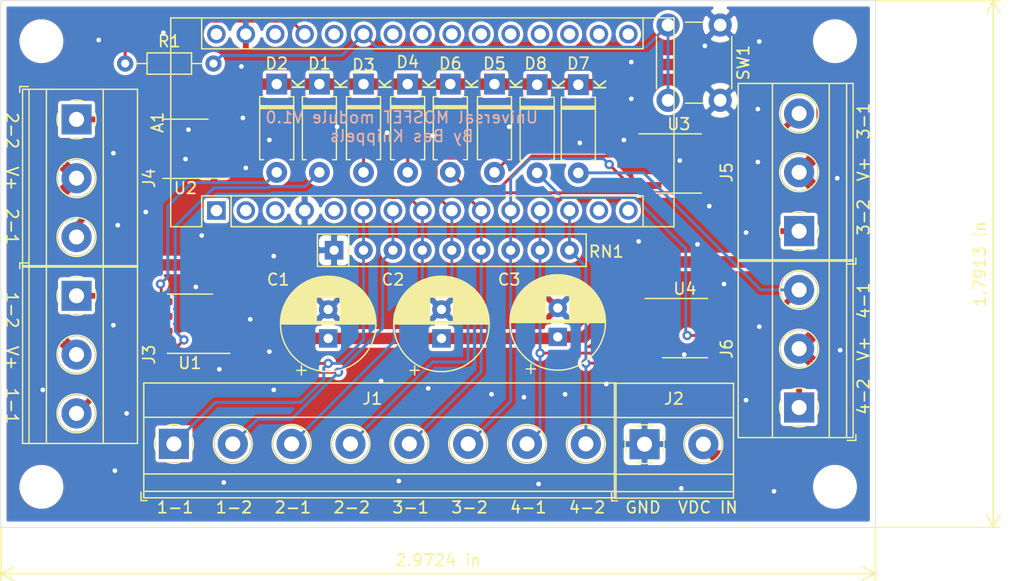
<source format=kicad_pcb>
(kicad_pcb (version 20171130) (host pcbnew "(5.1.12)-1")
  (layers (0 F.Cu signal) (31 B.Cu signal) (34 B.Paste user) (35 F.Paste user) (36 B.SilkS user) (37 F.SilkS user) (38 B.Mask user) (39 F.Mask user) (44 Edge.Cuts user))
  (net 0 "")
  (net 1 VCC)
  (net 2 /coil1-2)
  (net 3 /coil2-1)
  (net 4 /coil2-2)
  (net 5 /coil3-1)
  (net 6 /coil3-2)
  (net 7 /coil4-1)
  (net 8 /coil4-2)
  (net 9 /in1-1)
  (net 10 /in1-2)
  (net 11 /in2-1)
  (net 12 /in2-2)
  (net 13 /in3-1)
  (net 14 /in4-2)
  (net 15 /in4-1)
  (net 16 GND)
  (net 17 /coil1-1)
  (net 18 /in3-2)
  (net 19 "Net-(A1-Pad16)")
  (net 20 "Net-(A1-Pad15)")
  (net 21 "Net-(A1-Pad30)")
  (net 22 "Net-(A1-Pad14)")
  (net 23 "Net-(A1-Pad28)")
  (net 24 "Net-(A1-Pad26)")
  (net 25 "Net-(A1-Pad25)")
  (net 26 "Net-(A1-Pad24)")
  (net 27 "Net-(A1-Pad23)")
  (net 28 "Net-(A1-Pad22)")
  (net 29 "Net-(A1-Pad21)")
  (net 30 "Net-(A1-Pad5)")
  (net 31 "Net-(A1-Pad20)")
  (net 32 "Net-(A1-Pad19)")
  (net 33 "Net-(A1-Pad3)")
  (net 34 "Net-(A1-Pad18)")
  (net 35 "Net-(A1-Pad2)")
  (net 36 "Net-(A1-Pad17)")
  (net 37 "Net-(A1-Pad1)")
  (net 38 +5V)
  (module Button_Switch_THT:SW_PUSH_6mm_H4.3mm (layer F.Cu) (at 177.093 63.604 270)
    (fp_text reference SW1 (at 3.25 -2 90) (layer F.SilkS))
    (fp_text value SW_SPST)
    (pad 1 thru_hole circle (at 6.5 0) (size 2 2) (drill 1.1) (layers *.Cu *.Mask) (net 16 GND))
    (pad 2 thru_hole circle (at 6.5 4.5) (size 2 2) (drill 1.1) (layers *.Cu *.Mask) (net 25 "Net-(A1-Pad25)"))
    (pad 1 thru_hole circle (at 0 0) (size 2 2) (drill 1.1) (layers *.Cu *.Mask) (net 16 GND))
    (pad 2 thru_hole circle (at 0 4.5) (size 2 2) (drill 1.1) (layers *.Cu *.Mask) (net 25 "Net-(A1-Pad25)"))
  )
  (module Resistor_THT:R_Axial_DIN0204_L3.6mm_D1.6mm_P7.62mm_Horizontal (layer F.Cu) (at 125.73 66.929)
    (fp_text reference R1 (at 3.81 -1.92) (layer F.SilkS))
    (fp_text value R)
    (pad 2 thru_hole oval (at 7.62 0) (size 1.4 1.4) (drill 0.7) (layers *.Cu *.Mask) (net 25 "Net-(A1-Pad25)"))
    (pad 1 thru_hole circle (at 0 0) (size 1.4 1.4) (drill 0.7) (layers *.Cu *.Mask) (net 38 +5V))
  )
  (module Module:Arduino_Nano (layer F.Cu) (at 133.604 79.629 90)
    (fp_text reference A1 (at 7.62 -5.08 90) (layer F.SilkS))
    (fp_text value Arduino_Nano_v3.x)
    (pad 16 thru_hole oval (at 15.24 35.56 90) (size 1.6 1.6) (drill 1) (layers *.Cu *.Mask) (net 19 "Net-(A1-Pad16)"))
    (pad 15 thru_hole oval (at 0 35.56 90) (size 1.6 1.6) (drill 1) (layers *.Cu *.Mask) (net 20 "Net-(A1-Pad15)"))
    (pad 30 thru_hole oval (at 15.24 0 90) (size 1.6 1.6) (drill 1) (layers *.Cu *.Mask) (net 21 "Net-(A1-Pad30)"))
    (pad 14 thru_hole oval (at 0 33.02 90) (size 1.6 1.6) (drill 1) (layers *.Cu *.Mask) (net 22 "Net-(A1-Pad14)"))
    (pad 29 thru_hole oval (at 15.24 2.54 90) (size 1.6 1.6) (drill 1) (layers *.Cu *.Mask) (net 16 GND))
    (pad 13 thru_hole oval (at 0 30.48 90) (size 1.6 1.6) (drill 1) (layers *.Cu *.Mask) (net 14 /in4-2))
    (pad 28 thru_hole oval (at 15.24 5.08 90) (size 1.6 1.6) (drill 1) (layers *.Cu *.Mask) (net 23 "Net-(A1-Pad28)"))
    (pad 12 thru_hole oval (at 0 27.94 90) (size 1.6 1.6) (drill 1) (layers *.Cu *.Mask) (net 15 /in4-1))
    (pad 27 thru_hole oval (at 15.24 7.62 90) (size 1.6 1.6) (drill 1) (layers *.Cu *.Mask) (net 38 +5V))
    (pad 11 thru_hole oval (at 0 25.4 90) (size 1.6 1.6) (drill 1) (layers *.Cu *.Mask) (net 18 /in3-2))
    (pad 26 thru_hole oval (at 15.24 10.16 90) (size 1.6 1.6) (drill 1) (layers *.Cu *.Mask) (net 24 "Net-(A1-Pad26)"))
    (pad 10 thru_hole oval (at 0 22.86 90) (size 1.6 1.6) (drill 1) (layers *.Cu *.Mask) (net 13 /in3-1))
    (pad 25 thru_hole oval (at 15.24 12.7 90) (size 1.6 1.6) (drill 1) (layers *.Cu *.Mask) (net 25 "Net-(A1-Pad25)"))
    (pad 9 thru_hole oval (at 0 20.32 90) (size 1.6 1.6) (drill 1) (layers *.Cu *.Mask) (net 12 /in2-2))
    (pad 24 thru_hole oval (at 15.24 15.24 90) (size 1.6 1.6) (drill 1) (layers *.Cu *.Mask) (net 26 "Net-(A1-Pad24)"))
    (pad 8 thru_hole oval (at 0 17.78 90) (size 1.6 1.6) (drill 1) (layers *.Cu *.Mask) (net 11 /in2-1))
    (pad 23 thru_hole oval (at 15.24 17.78 90) (size 1.6 1.6) (drill 1) (layers *.Cu *.Mask) (net 27 "Net-(A1-Pad23)"))
    (pad 7 thru_hole oval (at 0 15.24 90) (size 1.6 1.6) (drill 1) (layers *.Cu *.Mask) (net 10 /in1-2))
    (pad 22 thru_hole oval (at 15.24 20.32 90) (size 1.6 1.6) (drill 1) (layers *.Cu *.Mask) (net 28 "Net-(A1-Pad22)"))
    (pad 6 thru_hole oval (at 0 12.7 90) (size 1.6 1.6) (drill 1) (layers *.Cu *.Mask) (net 9 /in1-1))
    (pad 21 thru_hole oval (at 15.24 22.86 90) (size 1.6 1.6) (drill 1) (layers *.Cu *.Mask) (net 29 "Net-(A1-Pad21)"))
    (pad 5 thru_hole oval (at 0 10.16 90) (size 1.6 1.6) (drill 1) (layers *.Cu *.Mask) (net 30 "Net-(A1-Pad5)"))
    (pad 20 thru_hole oval (at 15.24 25.4 90) (size 1.6 1.6) (drill 1) (layers *.Cu *.Mask) (net 31 "Net-(A1-Pad20)"))
    (pad 4 thru_hole oval (at 0 7.62 90) (size 1.6 1.6) (drill 1) (layers *.Cu *.Mask) (net 16 GND))
    (pad 19 thru_hole oval (at 15.24 27.94 90) (size 1.6 1.6) (drill 1) (layers *.Cu *.Mask) (net 32 "Net-(A1-Pad19)"))
    (pad 3 thru_hole oval (at 0 5.08 90) (size 1.6 1.6) (drill 1) (layers *.Cu *.Mask) (net 33 "Net-(A1-Pad3)"))
    (pad 18 thru_hole oval (at 15.24 30.48 90) (size 1.6 1.6) (drill 1) (layers *.Cu *.Mask) (net 34 "Net-(A1-Pad18)"))
    (pad 2 thru_hole oval (at 0 2.54 90) (size 1.6 1.6) (drill 1) (layers *.Cu *.Mask) (net 35 "Net-(A1-Pad2)"))
    (pad 17 thru_hole oval (at 15.24 33.02 90) (size 1.6 1.6) (drill 1) (layers *.Cu *.Mask) (net 36 "Net-(A1-Pad17)"))
    (pad 1 thru_hole rect (at 0 0 90) (size 1.6 1.6) (drill 1) (layers *.Cu *.Mask) (net 37 "Net-(A1-Pad1)"))
  )
  (module Capacitor_THT:CP_Radial_D8.0mm_P2.50mm (layer F.Cu) (at 163.068 90.551 90)
    (fp_text reference C3 (at 4.953 -4.191 180) (layer F.SilkS))
    (fp_text value CP)
    (pad 2 thru_hole circle (at 2.5 0 90) (size 1.6 1.6) (drill 0.8) (layers *.Cu *.Mask) (net 16 GND))
    (pad 1 thru_hole rect (at 0 0 90) (size 1.6 1.6) (drill 0.8) (layers *.Cu *.Mask) (net 1 VCC))
  )
  (module Resistor_THT:R_Array_SIP9 (layer F.Cu) (at 143.764 83.058)
    (fp_text reference RN1 (at 23.495 0.127) (layer F.SilkS))
    (fp_text value R)
    (pad 9 thru_hole oval (at 20.32 0) (size 1.6 1.6) (drill 0.8) (layers *.Cu *.Mask) (net 14 /in4-2))
    (pad 8 thru_hole oval (at 17.78 0) (size 1.6 1.6) (drill 0.8) (layers *.Cu *.Mask) (net 15 /in4-1))
    (pad 7 thru_hole oval (at 15.24 0) (size 1.6 1.6) (drill 0.8) (layers *.Cu *.Mask) (net 18 /in3-2))
    (pad 6 thru_hole oval (at 12.7 0) (size 1.6 1.6) (drill 0.8) (layers *.Cu *.Mask) (net 13 /in3-1))
    (pad 5 thru_hole oval (at 10.16 0) (size 1.6 1.6) (drill 0.8) (layers *.Cu *.Mask) (net 12 /in2-2))
    (pad 4 thru_hole oval (at 7.62 0) (size 1.6 1.6) (drill 0.8) (layers *.Cu *.Mask) (net 11 /in2-1))
    (pad 3 thru_hole oval (at 5.08 0) (size 1.6 1.6) (drill 0.8) (layers *.Cu *.Mask) (net 10 /in1-2))
    (pad 2 thru_hole oval (at 2.54 0) (size 1.6 1.6) (drill 0.8) (layers *.Cu *.Mask) (net 9 /in1-1))
    (pad 1 thru_hole rect (at 0 0) (size 1.6 1.6) (drill 0.8) (layers *.Cu *.Mask) (net 16 GND))
  )
  (module Diode_THT:D_A-405_P7.62mm_Horizontal (layer F.Cu) (at 161.29 68.755 270)
    (fp_text reference D8 (at -1.826 0.127 180) (layer F.SilkS))
    (fp_text value D)
    (fp_text user K (at 0 -1.9 90) (layer F.SilkS))
    (pad 2 thru_hole oval (at 7.62 0 270) (size 1.8 1.8) (drill 0.9) (layers *.Cu *.Mask) (net 8 /coil4-2))
    (pad 1 thru_hole rect (at 0 0 270) (size 1.8 1.8) (drill 0.9) (layers *.Cu *.Mask) (net 1 VCC))
  )
  (module Diode_THT:D_A-405_P7.62mm_Horizontal (layer F.Cu) (at 164.846 68.755 270)
    (fp_text reference D7 (at -1.826 0 180) (layer F.SilkS))
    (fp_text value D)
    (fp_text user K (at 0 -1.9 90) (layer F.SilkS))
    (pad 2 thru_hole oval (at 7.62 0 270) (size 1.8 1.8) (drill 0.9) (layers *.Cu *.Mask) (net 7 /coil4-1))
    (pad 1 thru_hole rect (at 0 0 270) (size 1.8 1.8) (drill 0.9) (layers *.Cu *.Mask) (net 1 VCC))
  )
  (module Diode_THT:D_A-405_P7.62mm_Horizontal (layer F.Cu) (at 153.797 68.707 270)
    (fp_text reference D6 (at -1.778 0 180) (layer F.SilkS))
    (fp_text value D)
    (fp_text user K (at 0 -1.9 90) (layer F.SilkS))
    (pad 2 thru_hole oval (at 7.62 0 270) (size 1.8 1.8) (drill 0.9) (layers *.Cu *.Mask) (net 6 /coil3-2))
    (pad 1 thru_hole rect (at 0 0 270) (size 1.8 1.8) (drill 0.9) (layers *.Cu *.Mask) (net 1 VCC))
  )
  (module Diode_THT:D_A-405_P7.62mm_Horizontal (layer F.Cu) (at 157.607 68.707 270)
    (fp_text reference D5 (at -1.778 0 180) (layer F.SilkS))
    (fp_text value D)
    (fp_text user K (at 0 -1.9 90) (layer F.SilkS))
    (pad 2 thru_hole oval (at 7.62 0 270) (size 1.8 1.8) (drill 0.9) (layers *.Cu *.Mask) (net 5 /coil3-1))
    (pad 1 thru_hole rect (at 0 0 270) (size 1.8 1.8) (drill 0.9) (layers *.Cu *.Mask) (net 1 VCC))
  )
  (module Diode_THT:D_A-405_P7.62mm_Horizontal (layer F.Cu) (at 150.114 68.707 270)
    (fp_text reference D4 (at -1.905 0 180) (layer F.SilkS))
    (fp_text value D)
    (fp_text user K (at 0 -1.9 90) (layer F.SilkS))
    (pad 2 thru_hole oval (at 7.62 0 270) (size 1.8 1.8) (drill 0.9) (layers *.Cu *.Mask) (net 4 /coil2-2))
    (pad 1 thru_hole rect (at 0 0 270) (size 1.8 1.8) (drill 0.9) (layers *.Cu *.Mask) (net 1 VCC))
  )
  (module Diode_THT:D_A-405_P7.62mm_Horizontal (layer F.Cu) (at 146.304 68.707 270)
    (fp_text reference D3 (at -1.651 0 180) (layer F.SilkS))
    (fp_text value D)
    (fp_text user K (at 0 -1.9 90) (layer F.SilkS))
    (pad 2 thru_hole oval (at 7.62 0 270) (size 1.8 1.8) (drill 0.9) (layers *.Cu *.Mask) (net 3 /coil2-1))
    (pad 1 thru_hole rect (at 0 0 270) (size 1.8 1.8) (drill 0.9) (layers *.Cu *.Mask) (net 1 VCC))
  )
  (module Diode_THT:D_A-405_P7.62mm_Horizontal (layer F.Cu) (at 138.811 68.707 270)
    (fp_text reference D2 (at -1.778 0 180) (layer F.SilkS))
    (fp_text value D)
    (fp_text user K (at 0 -1.9 90) (layer F.SilkS))
    (pad 2 thru_hole oval (at 7.62 0 270) (size 1.8 1.8) (drill 0.9) (layers *.Cu *.Mask) (net 2 /coil1-2))
    (pad 1 thru_hole rect (at 0 0 270) (size 1.8 1.8) (drill 0.9) (layers *.Cu *.Mask) (net 1 VCC))
  )
  (module Diode_THT:D_A-405_P7.62mm_Horizontal (layer F.Cu) (at 142.494 68.707 270)
    (fp_text reference D1 (at -1.778 0 180) (layer F.SilkS))
    (fp_text value D)
    (fp_text user K (at 0 -1.9 90) (layer F.SilkS))
    (pad 2 thru_hole oval (at 7.62 0 270) (size 1.8 1.8) (drill 0.9) (layers *.Cu *.Mask) (net 17 /coil1-1))
    (pad 1 thru_hole rect (at 0 0 270) (size 1.8 1.8) (drill 0.9) (layers *.Cu *.Mask) (net 1 VCC))
  )
  (module Capacitor_THT:CP_Radial_D8.0mm_P2.50mm (layer F.Cu) (at 153.035 90.678 90)
    (fp_text reference C2 (at 5.08 -4.191 180) (layer F.SilkS))
    (fp_text value CP)
    (pad 2 thru_hole circle (at 2.5 0 90) (size 1.6 1.6) (drill 0.8) (layers *.Cu *.Mask) (net 16 GND))
    (pad 1 thru_hole rect (at 0 0 90) (size 1.6 1.6) (drill 0.8) (layers *.Cu *.Mask) (net 1 VCC))
  )
  (module Capacitor_THT:CP_Radial_D8.0mm_P2.50mm (layer F.Cu) (at 143.256 90.678 90)
    (fp_text reference C1 (at 5.08 -4.318 180) (layer F.SilkS))
    (fp_text value CP)
    (pad 2 thru_hole circle (at 2.5 0 90) (size 1.6 1.6) (drill 0.8) (layers *.Cu *.Mask) (net 16 GND))
    (pad 1 thru_hole rect (at 0 0 90) (size 1.6 1.6) (drill 0.8) (layers *.Cu *.Mask) (net 1 VCC))
  )
  (module Package_SO:SOIC-8_3.9x4.9mm_P1.27mm (layer F.Cu) (at 130.937 74.295 180)
    (fp_text reference U2 (at 0 -3.4) (layer F.SilkS))
    (fp_text value IRF71xx)
    (pad 8 smd roundrect (at 2.475 -1.905 180) (size 1.95 0.6) (layers F.Cu F.Paste F.Mask) (net 3 /coil2-1))
    (pad 7 smd roundrect (at 2.475 -0.635 180) (size 1.95 0.6) (layers F.Cu F.Paste F.Mask) (net 3 /coil2-1))
    (pad 6 smd roundrect (at 2.475 0.635 180) (size 1.95 0.6) (layers F.Cu F.Paste F.Mask) (net 4 /coil2-2))
    (pad 5 smd roundrect (at 2.475 1.905 180) (size 1.95 0.6) (layers F.Cu F.Paste F.Mask) (net 4 /coil2-2))
    (pad 4 smd roundrect (at -2.475 1.905 180) (size 1.95 0.6) (layers F.Cu F.Paste F.Mask) (net 12 /in2-2))
    (pad 3 smd roundrect (at -2.475 0.635 180) (size 1.95 0.6) (layers F.Cu F.Paste F.Mask) (net 16 GND))
    (pad 2 smd roundrect (at -2.475 -0.635 180) (size 1.95 0.6) (layers F.Cu F.Paste F.Mask) (net 11 /in2-1))
    (pad 1 smd roundrect (at -2.475 -1.905 180) (size 1.95 0.6) (layers F.Cu F.Paste F.Mask) (net 16 GND))
  )
  (module Package_SO:SOIC-8_3.9x4.9mm_P1.27mm (layer F.Cu) (at 174.052 89.789)
    (fp_text reference U4 (at 0 -3.4) (layer F.SilkS))
    (fp_text value IRF71xx)
    (pad 8 smd roundrect (at 2.475 -1.905) (size 1.95 0.6) (layers F.Cu F.Paste F.Mask) (net 7 /coil4-1))
    (pad 7 smd roundrect (at 2.475 -0.635) (size 1.95 0.6) (layers F.Cu F.Paste F.Mask) (net 7 /coil4-1))
    (pad 6 smd roundrect (at 2.475 0.635) (size 1.95 0.6) (layers F.Cu F.Paste F.Mask) (net 8 /coil4-2))
    (pad 5 smd roundrect (at 2.475 1.905) (size 1.95 0.6) (layers F.Cu F.Paste F.Mask) (net 8 /coil4-2))
    (pad 4 smd roundrect (at -2.475 1.905) (size 1.95 0.6) (layers F.Cu F.Paste F.Mask) (net 14 /in4-2))
    (pad 3 smd roundrect (at -2.475 0.635) (size 1.95 0.6) (layers F.Cu F.Paste F.Mask) (net 16 GND))
    (pad 2 smd roundrect (at -2.475 -0.635) (size 1.95 0.6) (layers F.Cu F.Paste F.Mask) (net 15 /in4-1))
    (pad 1 smd roundrect (at -2.475 -1.905) (size 1.95 0.6) (layers F.Cu F.Paste F.Mask) (net 16 GND))
  )
  (module Package_SO:SOIC-8_3.9x4.9mm_P1.27mm (layer F.Cu) (at 173.525 75.565)
    (fp_text reference U3 (at 0 -3.4) (layer F.SilkS))
    (fp_text value IRF71xx)
    (pad 8 smd roundrect (at 2.475 -1.905) (size 1.95 0.6) (layers F.Cu F.Paste F.Mask) (net 5 /coil3-1))
    (pad 7 smd roundrect (at 2.475 -0.635) (size 1.95 0.6) (layers F.Cu F.Paste F.Mask) (net 5 /coil3-1))
    (pad 6 smd roundrect (at 2.475 0.635) (size 1.95 0.6) (layers F.Cu F.Paste F.Mask) (net 6 /coil3-2))
    (pad 5 smd roundrect (at 2.475 1.905) (size 1.95 0.6) (layers F.Cu F.Paste F.Mask) (net 6 /coil3-2))
    (pad 4 smd roundrect (at -2.475 1.905) (size 1.95 0.6) (layers F.Cu F.Paste F.Mask) (net 18 /in3-2))
    (pad 3 smd roundrect (at -2.475 0.635) (size 1.95 0.6) (layers F.Cu F.Paste F.Mask) (net 16 GND))
    (pad 2 smd roundrect (at -2.475 -0.635) (size 1.95 0.6) (layers F.Cu F.Paste F.Mask) (net 13 /in3-1))
    (pad 1 smd roundrect (at -2.475 -1.905) (size 1.95 0.6) (layers F.Cu F.Paste F.Mask) (net 16 GND))
  )
  (module Package_SO:SOIC-8_3.9x4.9mm_P1.27mm (layer F.Cu) (at 131.318 89.408 180)
    (fp_text reference U1 (at 0 -3.4) (layer F.SilkS))
    (fp_text value IRF71xx)
    (pad 8 smd roundrect (at 2.475 -1.905 180) (size 1.95 0.6) (layers F.Cu F.Paste F.Mask) (net 17 /coil1-1))
    (pad 7 smd roundrect (at 2.475 -0.635 180) (size 1.95 0.6) (layers F.Cu F.Paste F.Mask) (net 17 /coil1-1))
    (pad 6 smd roundrect (at 2.475 0.635 180) (size 1.95 0.6) (layers F.Cu F.Paste F.Mask) (net 2 /coil1-2))
    (pad 5 smd roundrect (at 2.475 1.905 180) (size 1.95 0.6) (layers F.Cu F.Paste F.Mask) (net 2 /coil1-2))
    (pad 4 smd roundrect (at -2.475 1.905 180) (size 1.95 0.6) (layers F.Cu F.Paste F.Mask) (net 10 /in1-2))
    (pad 3 smd roundrect (at -2.475 0.635 180) (size 1.95 0.6) (layers F.Cu F.Paste F.Mask) (net 16 GND))
    (pad 2 smd roundrect (at -2.475 -0.635 180) (size 1.95 0.6) (layers F.Cu F.Paste F.Mask) (net 9 /in1-1))
    (pad 1 smd roundrect (at -2.475 -1.905 180) (size 1.95 0.6) (layers F.Cu F.Paste F.Mask) (net 16 GND))
  )
  (module MountingHole:MountingHole_3.2mm_M3 (layer F.Cu) (at 187 103.5)
    (fp_text reference REF**)
    (fp_text value MountingHole_3.2mm_M3)
    (pad 1 np_thru_hole circle (at 0 0) (size 3.2 3.2) (drill 3.2) (layers *.Cu *.Mask))
  )
  (module MountingHole:MountingHole_3.2mm_M3 (layer F.Cu) (at 118.5 103.5)
    (fp_text reference REF**)
    (fp_text value MountingHole_3.2mm_M3)
    (pad 1 np_thru_hole circle (at 0 0) (size 3.2 3.2) (drill 3.2) (layers *.Cu *.Mask))
  )
  (module MountingHole:MountingHole_3.2mm_M3 (layer F.Cu) (at 118.5 65)
    (fp_text reference REF**)
    (fp_text value MountingHole_3.2mm_M3)
    (pad 1 np_thru_hole circle (at 0 0) (size 3.2 3.2) (drill 3.2) (layers *.Cu *.Mask))
  )
  (module MountingHole:MountingHole_3.2mm_M3 (layer F.Cu) (at 187 65)
    (fp_text reference REF**)
    (fp_text value MountingHole_3.2mm_M3)
    (pad 1 np_thru_hole circle (at 0 0) (size 3.2 3.2) (drill 3.2) (layers *.Cu *.Mask))
  )
  (module TerminalBlock_Phoenix:TerminalBlock_Phoenix_MKDS-1,5-3-5.08_1x03_P5.08mm_Horizontal (layer F.Cu) (at 183.904 96.647 90)
    (fp_text reference J6 (at 5.08 -6.26 90) (layer F.SilkS))
    (fp_text value point)
    (pad 3 thru_hole circle (at 10.16 0 90) (size 2.6 2.6) (drill 1.3) (layers *.Cu *.Mask) (net 7 /coil4-1))
    (pad 2 thru_hole circle (at 5.08 0 90) (size 2.6 2.6) (drill 1.3) (layers *.Cu *.Mask) (net 1 VCC))
    (pad 1 thru_hole rect (at 0 0 90) (size 2.6 2.6) (drill 1.3) (layers *.Cu *.Mask) (net 8 /coil4-2))
  )
  (module TerminalBlock_Phoenix:TerminalBlock_Phoenix_MKDS-1,5-3-5.08_1x03_P5.08mm_Horizontal (layer F.Cu) (at 183.904 81.407 90)
    (fp_text reference J5 (at 5.08 -6.26 90) (layer F.SilkS))
    (fp_text value point)
    (pad 3 thru_hole circle (at 10.16 0 90) (size 2.6 2.6) (drill 1.3) (layers *.Cu *.Mask) (net 5 /coil3-1))
    (pad 2 thru_hole circle (at 5.08 0 90) (size 2.6 2.6) (drill 1.3) (layers *.Cu *.Mask) (net 1 VCC))
    (pad 1 thru_hole rect (at 0 0 90) (size 2.6 2.6) (drill 1.3) (layers *.Cu *.Mask) (net 6 /coil3-2))
  )
  (module TerminalBlock_Phoenix:TerminalBlock_Phoenix_MKDS-1,5-3-5.08_1x03_P5.08mm_Horizontal (layer F.Cu) (at 121.531 71.755 270)
    (fp_text reference J4 (at 5.08 -6.26 90) (layer F.SilkS))
    (fp_text value point)
    (pad 3 thru_hole circle (at 10.16 0 270) (size 2.6 2.6) (drill 1.3) (layers *.Cu *.Mask) (net 3 /coil2-1))
    (pad 2 thru_hole circle (at 5.08 0 270) (size 2.6 2.6) (drill 1.3) (layers *.Cu *.Mask) (net 1 VCC))
    (pad 1 thru_hole rect (at 0 0 270) (size 2.6 2.6) (drill 1.3) (layers *.Cu *.Mask) (net 4 /coil2-2))
  )
  (module TerminalBlock_Phoenix:TerminalBlock_Phoenix_MKDS-1,5-3-5.08_1x03_P5.08mm_Horizontal (layer F.Cu) (at 121.531 86.995 270)
    (fp_text reference J3 (at 5.08 -6.26 90) (layer F.SilkS))
    (fp_text value point)
    (pad 3 thru_hole circle (at 10.16 0 270) (size 2.6 2.6) (drill 1.3) (layers *.Cu *.Mask) (net 17 /coil1-1))
    (pad 2 thru_hole circle (at 5.08 0 270) (size 2.6 2.6) (drill 1.3) (layers *.Cu *.Mask) (net 1 VCC))
    (pad 1 thru_hole rect (at 0 0 270) (size 2.6 2.6) (drill 1.3) (layers *.Cu *.Mask) (net 2 /coil1-2))
  )
  (module TerminalBlock_Phoenix:TerminalBlock_Phoenix_MKDS-1,5-2-5.08_1x02_P5.08mm_Horizontal (layer F.Cu) (at 170.561 99.814)
    (fp_text reference J2 (at 2.54 -3.929) (layer F.SilkS))
    (fp_text value power)
    (pad 2 thru_hole circle (at 5.08 0) (size 2.6 2.6) (drill 1.3) (layers *.Cu *.Mask) (net 1 VCC))
    (pad 1 thru_hole rect (at 0 0) (size 2.6 2.6) (drill 1.3) (layers *.Cu *.Mask) (net 16 GND))
  )
  (module TerminalBlock_Phoenix:TerminalBlock_Phoenix_MKDS-1,5-8-5.08_1x08_P5.08mm_Horizontal (layer F.Cu) (at 129.938 99.79)
    (fp_text reference J1 (at 17.128 -3.905) (layer F.SilkS))
    (fp_text value toDCCnext)
    (pad 8 thru_hole circle (at 35.56 0) (size 2.6 2.6) (drill 1.3) (layers *.Cu *.Mask) (net 14 /in4-2))
    (pad 7 thru_hole circle (at 30.48 0) (size 2.6 2.6) (drill 1.3) (layers *.Cu *.Mask) (net 15 /in4-1))
    (pad 6 thru_hole circle (at 25.4 0) (size 2.6 2.6) (drill 1.3) (layers *.Cu *.Mask) (net 18 /in3-2))
    (pad 5 thru_hole circle (at 20.32 0) (size 2.6 2.6) (drill 1.3) (layers *.Cu *.Mask) (net 13 /in3-1))
    (pad 4 thru_hole circle (at 15.24 0) (size 2.6 2.6) (drill 1.3) (layers *.Cu *.Mask) (net 12 /in2-2))
    (pad 3 thru_hole circle (at 10.16 0) (size 2.6 2.6) (drill 1.3) (layers *.Cu *.Mask) (net 11 /in2-1))
    (pad 2 thru_hole circle (at 5.08 0) (size 2.6 2.6) (drill 1.3) (layers *.Cu *.Mask) (net 10 /in1-2))
    (pad 1 thru_hole rect (at 0 0) (size 2.6 2.6) (drill 1.3) (layers *.Cu *.Mask) (net 9 /in1-1))
  )
  (gr_text "Universal MOSFET module V1.0\nBy Bas Knippels" (at 149.606 72.39) (layer B.SilkS) (effects (font (size 1 1)) (justify mirror)))
  (gr_text "4-2  V+  4-1" (at 189.468 91.553 90) (layer F.SilkS) (effects (font (size 1 1))))
  (gr_text "3-2  V+  3-1" (at 189.468 76.053 90) (layer F.SilkS) (effects (font (size 1 1))))
  (gr_text "2-2  V+  2-1" (at 115.967 76.869 270) (layer F.SilkS) (effects (font (size 1 1))))
  (gr_text "1-2  V+  1-1" (at 115.967 92.369 270) (layer F.SilkS) (effects (font (size 1 1))))
  (dimension 45.5 (width 0.12) (layer F.SilkS) (gr_text "45.500 mm" (at 201.93 84.25 90) (layer F.SilkS) (effects (font (size 1 1) (thickness 0.15)))) (feature1 (pts (xy 190.5 61.5) (xy 201.246421 61.5))) (feature2 (pts (xy 190.5 107) (xy 201.246421 107))) (crossbar (pts (xy 200.66 107) (xy 200.66 61.5))) (arrow1a (pts (xy 200.66 61.5) (xy 201.246421 62.626504))) (arrow1b (pts (xy 200.66 61.5) (xy 200.073579 62.626504))) (arrow2a (pts (xy 200.66 107) (xy 201.246421 105.873496))) (arrow2b (pts (xy 200.66 107) (xy 200.073579 105.873496))))
  (gr_text 4-1 (at 160.528 105.283) (layer F.SilkS) (effects (font (size 1 1))))
  (gr_text 4-2 (at 165.608 105.283) (layer F.SilkS) (effects (font (size 1 1))))
  (gr_text 3-1 (at 150.368 105.283) (layer F.SilkS) (effects (font (size 1 1))))
  (gr_text 3-2 (at 155.448 105.283) (layer F.SilkS) (effects (font (size 1 1))))
  (gr_text 2-1 (at 140.208 105.283) (layer F.SilkS) (effects (font (size 1 1))))
  (gr_text 2-2 (at 145.288 105.283) (layer F.SilkS) (effects (font (size 1 1))))
  (gr_text 1-2 (at 135.128 105.283) (layer F.SilkS) (effects (font (size 1 1))))
  (gr_text 1-1 (at 130.048 105.283) (layer F.SilkS) (effects (font (size 1 1))))
  (gr_text GND (at 170.434 105.283) (layer F.SilkS) (effects (font (size 1 1))))
  (gr_text "VDC IN" (at 176.022 105.283) (layer F.SilkS) (effects (font (size 1 1))))
  (dimension 75.5 (width 0.15) (layer F.SilkS) (gr_text "75.500 mm" (at 152.75 112.3) (layer F.SilkS) (effects (font (size 1 1) (thickness 0.15)))) (feature1 (pts (xy 115 107) (xy 115 111.586421))) (feature2 (pts (xy 190.5 107) (xy 190.5 111.586421))) (crossbar (pts (xy 190.5 111) (xy 115 111))) (arrow1a (pts (xy 115 111) (xy 116.126504 110.413579))) (arrow1b (pts (xy 115 111) (xy 116.126504 111.586421))) (arrow2a (pts (xy 190.5 111) (xy 189.373496 110.413579))) (arrow2b (pts (xy 190.5 111) (xy 189.373496 111.586421))))
  (gr_line (start 115 61.5) (end 190.5 61.5) (layer Edge.Cuts) (width 0.05))
  (gr_line (start 115 107) (end 115 61.5) (layer Edge.Cuts) (width 0.05))
  (gr_line (start 190.5 107) (end 115 107) (layer Edge.Cuts) (width 0.05))
  (gr_line (start 190.5 61.5) (end 190.5 107) (layer Edge.Cuts) (width 0.05))
  (segment (start 121.531 92.075) (end 118.618 89.162) (width 1) (layer F.Cu) (net 1))
  (segment (start 118.618 79.748) (end 121.531 76.835) (width 1) (layer F.Cu) (net 1))
  (segment (start 121.531 76.835) (end 117.729 73.033) (width 1) (layer F.Cu) (net 1))
  (segment (start 117.729 73.033) (end 117.729 71.12) (width 1) (layer F.Cu) (net 1))
  (segment (start 120.142 68.707) (end 138.811 68.707) (width 1) (layer F.Cu) (net 1))
  (segment (start 117.729 71.12) (end 120.142 68.707) (width 1) (layer F.Cu) (net 1))
  (segment (start 164.798 68.707) (end 164.846 68.755) (width 1) (layer F.Cu) (net 1))
  (segment (start 138.811 68.707) (end 164.798 68.707) (width 1) (layer F.Cu) (net 1))
  (segment (start 183.904 76.327) (end 186.69 79.113) (width 1) (layer F.Cu) (net 1))
  (segment (start 186.69 88.781) (end 183.904 91.567) (width 1) (layer F.Cu) (net 1))
  (segment (start 183.904 91.567) (end 187.071 94.734) (width 1) (layer F.Cu) (net 1))
  (segment (start 187.071 94.734) (end 187.071 98.171) (width 1) (layer F.Cu) (net 1))
  (segment (start 187.071 98.171) (end 184.404 100.838) (width 1) (layer F.Cu) (net 1))
  (segment (start 176.665 100.838) (end 175.641 99.814) (width 1) (layer F.Cu) (net 1))
  (segment (start 184.404 100.838) (end 176.665 100.838) (width 1) (layer F.Cu) (net 1))
  (segment (start 162.941 90.678) (end 163.068 90.551) (width 1) (layer F.Cu) (net 1))
  (segment (start 143.256 90.678) (end 162.941 90.678) (width 1) (layer F.Cu) (net 1))
  (segment (start 140.208 90.678) (end 143.256 90.678) (width 1) (layer F.Cu) (net 1))
  (segment (start 133.858 84.328) (end 140.208 90.678) (width 1) (layer F.Cu) (net 1))
  (segment (start 163.068 90.551) (end 165.354 90.551) (width 1) (layer F.Cu) (net 1))
  (segment (start 165.354 90.551) (end 171.831 84.074) (width 1) (layer F.Cu) (net 1))
  (segment (start 185.293 84.074) (end 185.674 84.074) (width 1) (layer F.Cu) (net 1))
  (segment (start 171.831 84.074) (end 185.293 84.074) (width 1) (layer F.Cu) (net 1))
  (segment (start 185.293 84.074) (end 186.69 84.074) (width 1) (layer F.Cu) (net 1))
  (segment (start 185.674 84.074) (end 186.69 83.058) (width 1) (layer F.Cu) (net 1))
  (segment (start 186.69 79.113) (end 186.69 83.058) (width 1) (layer F.Cu) (net 1))
  (segment (start 186.69 83.058) (end 186.69 84.074) (width 1) (layer F.Cu) (net 1))
  (segment (start 185.42 84.074) (end 186.69 85.344) (width 1) (layer F.Cu) (net 1))
  (segment (start 185.293 84.074) (end 185.42 84.074) (width 1) (layer F.Cu) (net 1))
  (segment (start 186.69 84.074) (end 186.69 85.344) (width 1) (layer F.Cu) (net 1))
  (segment (start 186.69 85.344) (end 186.69 88.781) (width 1) (layer F.Cu) (net 1))
  (segment (start 119.507 84.328) (end 118.618 83.439) (width 1) (layer F.Cu) (net 1))
  (segment (start 119.634 84.328) (end 119.507 84.328) (width 1) (layer F.Cu) (net 1))
  (segment (start 118.618 84.328) (end 119.634 84.328) (width 1) (layer F.Cu) (net 1))
  (segment (start 119.634 84.328) (end 133.858 84.328) (width 1) (layer F.Cu) (net 1))
  (segment (start 118.618 84.328) (end 118.618 83.439) (width 1) (layer F.Cu) (net 1))
  (segment (start 118.618 83.439) (end 118.618 79.748) (width 1) (layer F.Cu) (net 1))
  (segment (start 118.618 89.162) (end 118.618 85.344) (width 1) (layer F.Cu) (net 1))
  (segment (start 119.634 84.328) (end 118.618 85.344) (width 1) (layer F.Cu) (net 1))
  (segment (start 118.618 85.344) (end 118.618 84.328) (width 1) (layer F.Cu) (net 1))
  (segment (start 185.904001 74.326999) (end 183.904 76.327) (width 1) (layer F.Cu) (net 1))
  (segment (start 164.846 68.755) (end 169.751 68.755) (width 1) (layer F.Cu) (net 1))
  (segment (start 169.751 68.755) (end 171.492999 67.013001) (width 1) (layer F.Cu) (net 1))
  (segment (start 171.492999 67.013001) (end 182.630003 67.013001) (width 1) (layer F.Cu) (net 1))
  (segment (start 185.904001 70.286999) (end 185.904001 74.326999) (width 1) (layer F.Cu) (net 1))
  (segment (start 182.630003 67.013001) (end 185.904001 70.286999) (width 1) (layer F.Cu) (net 1))
  (segment (start 128.843 88.773) (end 128.843 87.503) (width 0.5) (layer F.Cu) (net 2))
  (segment (start 128.843 87.503) (end 125.73 87.503) (width 0.5) (layer F.Cu) (net 2))
  (segment (start 125.222 86.995) (end 121.531 86.995) (width 0.5) (layer F.Cu) (net 2))
  (segment (start 125.73 87.503) (end 125.222 86.995) (width 0.5) (layer F.Cu) (net 2))
  (segment (start 128.843 87.503) (end 128.843 86.044) (width 0.25) (layer F.Cu) (net 2))
  (via (at 128.778 85.979) (size 0.8) (drill 0.4) (layers F.Cu B.Cu) (net 2))
  (segment (start 128.843 86.044) (end 128.778 85.979) (width 0.25) (layer F.Cu) (net 2))
  (segment (start 137.922 77.216) (end 138.811 76.327) (width 0.25) (layer B.Cu) (net 2))
  (segment (start 129.413 79.248) (end 131.445 77.216) (width 0.25) (layer B.Cu) (net 2))
  (segment (start 128.778 85.979) (end 129.413 85.344) (width 0.25) (layer B.Cu) (net 2))
  (segment (start 131.445 77.216) (end 137.922 77.216) (width 0.25) (layer B.Cu) (net 2))
  (segment (start 129.413 85.344) (end 129.413 79.248) (width 0.25) (layer B.Cu) (net 2))
  (segment (start 128.462 74.93) (end 128.462 76.2) (width 0.5) (layer F.Cu) (net 3))
  (segment (start 128.462 76.2) (end 126.238 76.2) (width 0.5) (layer F.Cu) (net 3))
  (segment (start 121.531 80.907) (end 121.531 81.915) (width 0.5) (layer F.Cu) (net 3))
  (segment (start 126.238 76.2) (end 121.531 80.907) (width 0.5) (layer F.Cu) (net 3))
  (segment (start 128.462 74.93) (end 129.667 74.93) (width 0.25) (layer F.Cu) (net 3))
  (segment (start 129.667 74.93) (end 130.175 74.422) (width 0.25) (layer F.Cu) (net 3))
  (segment (start 130.175 71.882) (end 131.50299 70.55401) (width 0.25) (layer F.Cu) (net 3))
  (segment (start 130.175 74.422) (end 130.175 71.882) (width 0.25) (layer F.Cu) (net 3))
  (segment (start 131.50299 70.55401) (end 144.08701 70.55401) (width 0.25) (layer F.Cu) (net 3))
  (segment (start 146.304 72.771) (end 146.304 76.327) (width 0.25) (layer F.Cu) (net 3))
  (segment (start 144.08701 70.55401) (end 146.304 72.771) (width 0.25) (layer F.Cu) (net 3))
  (segment (start 128.462 73.66) (end 128.462 72.39) (width 0.5) (layer F.Cu) (net 4))
  (segment (start 128.462 72.39) (end 125.222 72.39) (width 0.5) (layer F.Cu) (net 4))
  (segment (start 124.587 71.755) (end 121.531 71.755) (width 0.5) (layer F.Cu) (net 4))
  (segment (start 125.222 72.39) (end 124.587 71.755) (width 0.5) (layer F.Cu) (net 4))
  (segment (start 128.462 72.39) (end 128.462 71.436) (width 0.25) (layer F.Cu) (net 4))
  (segment (start 128.462 71.436) (end 129.794 70.104) (width 0.25) (layer F.Cu) (net 4))
  (segment (start 129.794 70.104) (end 148.463 70.104) (width 0.25) (layer F.Cu) (net 4))
  (segment (start 150.114 71.755) (end 150.114 76.327) (width 0.25) (layer F.Cu) (net 4))
  (segment (start 148.463 70.104) (end 150.114 71.755) (width 0.25) (layer F.Cu) (net 4))
  (segment (start 176 74.93) (end 176 73.66) (width 0.5) (layer F.Cu) (net 5))
  (segment (start 181.491 73.66) (end 183.904 71.247) (width 0.5) (layer F.Cu) (net 5))
  (segment (start 176 73.66) (end 181.491 73.66) (width 0.5) (layer F.Cu) (net 5))
  (segment (start 157.607 76.327) (end 161.798 72.136) (width 0.25) (layer F.Cu) (net 5))
  (segment (start 161.798 72.136) (end 175.26 72.136) (width 0.25) (layer F.Cu) (net 5))
  (segment (start 176 72.876) (end 176 73.66) (width 0.25) (layer F.Cu) (net 5))
  (segment (start 175.26 72.136) (end 176 72.876) (width 0.25) (layer F.Cu) (net 5))
  (segment (start 176 77.47) (end 176 76.2) (width 0.5) (layer F.Cu) (net 6))
  (segment (start 176 77.47) (end 176.97 77.47) (width 0.5) (layer F.Cu) (net 6))
  (segment (start 180.907 81.407) (end 183.904 81.407) (width 0.5) (layer F.Cu) (net 6))
  (segment (start 176.97 77.47) (end 180.907 81.407) (width 0.5) (layer F.Cu) (net 6))
  (segment (start 155.56501 78.09501) (end 173.74599 78.09501) (width 0.25) (layer F.Cu) (net 6))
  (segment (start 153.797 76.327) (end 155.56501 78.09501) (width 0.25) (layer F.Cu) (net 6))
  (segment (start 174.371 77.47) (end 176 77.47) (width 0.25) (layer F.Cu) (net 6))
  (segment (start 173.74599 78.09501) (end 174.371 77.47) (width 0.25) (layer F.Cu) (net 6))
  (segment (start 176.527 89.154) (end 176.527 87.884) (width 0.5) (layer F.Cu) (net 7))
  (segment (start 182.507 87.884) (end 183.904 86.487) (width 0.5) (layer F.Cu) (net 7))
  (segment (start 176.527 87.884) (end 182.507 87.884) (width 0.5) (layer F.Cu) (net 7))
  (segment (start 183.904 86.487) (end 180.594 86.487) (width 0.25) (layer B.Cu) (net 7))
  (segment (start 170.482 76.375) (end 164.846 76.375) (width 0.25) (layer B.Cu) (net 7))
  (segment (start 180.594 86.487) (end 170.482 76.375) (width 0.25) (layer B.Cu) (net 7))
  (segment (start 176.527 90.424) (end 176.527 91.694) (width 0.5) (layer F.Cu) (net 8))
  (segment (start 176.527 91.694) (end 180.721 91.694) (width 0.5) (layer F.Cu) (net 8))
  (segment (start 183.904 94.877) (end 183.904 96.647) (width 0.5) (layer F.Cu) (net 8))
  (segment (start 180.721 91.694) (end 183.904 94.877) (width 0.5) (layer F.Cu) (net 8))
  (segment (start 169.704001 78.503999) (end 174.117 82.916998) (width 0.25) (layer B.Cu) (net 8))
  (segment (start 161.29 76.375) (end 163.418999 78.503999) (width 0.25) (layer B.Cu) (net 8))
  (segment (start 163.418999 78.503999) (end 169.704001 78.503999) (width 0.25) (layer B.Cu) (net 8))
  (via (at 174.244 90.424) (size 0.8) (drill 0.4) (layers F.Cu B.Cu) (net 8))
  (segment (start 174.117 82.916998) (end 174.117 90.297) (width 0.25) (layer B.Cu) (net 8))
  (segment (start 174.117 90.297) (end 174.244 90.424) (width 0.25) (layer B.Cu) (net 8))
  (segment (start 174.244 90.424) (end 176.527 90.424) (width 0.25) (layer F.Cu) (net 8))
  (segment (start 146.304 79.629) (end 146.304 83.058) (width 0.25) (layer B.Cu) (net 9))
  (segment (start 129.938 99.79) (end 133.526205 96.201795) (width 0.25) (layer B.Cu) (net 9))
  (segment (start 133.526205 96.201795) (end 140.905795 96.201795) (width 0.25) (layer B.Cu) (net 9))
  (segment (start 146.304 90.80359) (end 146.304 83.058) (width 0.25) (layer B.Cu) (net 9))
  (via (at 143.256 92.837) (size 0.8) (drill 0.4) (layers F.Cu B.Cu) (net 9))
  (segment (start 141.20026 92.837) (end 143.256 92.837) (width 0.25) (layer F.Cu) (net 9))
  (segment (start 133.793 90.043) (end 138.40626 90.043) (width 0.25) (layer F.Cu) (net 9))
  (segment (start 138.40626 90.043) (end 141.20026 92.837) (width 0.25) (layer F.Cu) (net 9))
  (segment (start 142.874295 93.218705) (end 143.256 92.837) (width 0.25) (layer B.Cu) (net 9))
  (segment (start 142.874295 94.233295) (end 142.874295 93.218705) (width 0.25) (layer B.Cu) (net 9))
  (segment (start 140.905795 96.201795) (end 142.874295 94.233295) (width 0.25) (layer B.Cu) (net 9))
  (segment (start 144.27059 92.837) (end 144.779295 92.328295) (width 0.25) (layer B.Cu) (net 9))
  (segment (start 143.256 92.837) (end 144.27059 92.837) (width 0.25) (layer B.Cu) (net 9))
  (segment (start 144.779295 92.328295) (end 146.304 90.80359) (width 0.25) (layer B.Cu) (net 9))
  (segment (start 148.844 83.058) (end 148.844 79.629) (width 0.25) (layer B.Cu) (net 10))
  (segment (start 148.844 83.058) (end 147.955 83.947) (width 0.25) (layer B.Cu) (net 10))
  (segment (start 147.955 83.947) (end 147.955 89.789) (width 0.25) (layer B.Cu) (net 10))
  (segment (start 137.145 97.663) (end 135.018 99.79) (width 0.25) (layer B.Cu) (net 10))
  (segment (start 140.081 97.663) (end 137.145 97.663) (width 0.25) (layer B.Cu) (net 10))
  (segment (start 144.145 93.599) (end 140.081 97.663) (width 0.25) (layer B.Cu) (net 10))
  (via (at 144.145 93.599) (size 0.8) (drill 0.4) (layers F.Cu B.Cu) (net 10))
  (segment (start 147.955 89.789) (end 144.145 93.599) (width 0.25) (layer B.Cu) (net 10))
  (segment (start 137.745748 93.599) (end 144.145 93.599) (width 0.25) (layer F.Cu) (net 10))
  (segment (start 131.699 88.138) (end 131.699 89.595768) (width 0.25) (layer F.Cu) (net 10))
  (segment (start 134.814758 90.66801) (end 137.745748 93.599) (width 0.25) (layer F.Cu) (net 10))
  (segment (start 132.334 87.503) (end 131.699 88.138) (width 0.25) (layer F.Cu) (net 10))
  (segment (start 133.793 87.503) (end 132.334 87.503) (width 0.25) (layer F.Cu) (net 10))
  (segment (start 132.771242 90.66801) (end 134.814758 90.66801) (width 0.25) (layer F.Cu) (net 10))
  (segment (start 131.699 89.595768) (end 132.771242 90.66801) (width 0.25) (layer F.Cu) (net 10))
  (segment (start 151.384 79.629) (end 151.384 83.058) (width 0.25) (layer B.Cu) (net 11))
  (segment (start 140.098 99.79) (end 148.956 90.932) (width 0.25) (layer B.Cu) (net 11))
  (segment (start 148.956 90.932) (end 148.956 88.534) (width 0.25) (layer B.Cu) (net 11))
  (segment (start 151.384 86.106) (end 151.384 83.058) (width 0.25) (layer B.Cu) (net 11))
  (segment (start 148.956 88.534) (end 151.384 86.106) (width 0.25) (layer B.Cu) (net 11))
  (segment (start 143.093998 74.93) (end 143.891 75.727002) (width 0.25) (layer F.Cu) (net 11))
  (segment (start 133.412 74.93) (end 143.093998 74.93) (width 0.25) (layer F.Cu) (net 11))
  (segment (start 143.891 75.727002) (end 143.891 76.962) (width 0.25) (layer F.Cu) (net 11))
  (segment (start 143.891 76.962) (end 145.415 78.486) (width 0.25) (layer F.Cu) (net 11))
  (segment (start 150.258999 78.503999) (end 151.384 79.629) (width 0.25) (layer F.Cu) (net 11))
  (segment (start 148.861999 78.503999) (end 150.258999 78.503999) (width 0.25) (layer F.Cu) (net 11))
  (segment (start 148.844 78.486) (end 148.861999 78.503999) (width 0.25) (layer F.Cu) (net 11))
  (segment (start 145.415 78.486) (end 148.844 78.486) (width 0.25) (layer F.Cu) (net 11))
  (via (at 151.892 94.996) (size 0.8) (drill 0.4) (layers F.Cu B.Cu) (net 16))
  (segment (start 153.924 79.629) (end 153.924 83.058) (width 0.25) (layer B.Cu) (net 12))
  (segment (start 153.924 83.058) (end 153.924 85.979) (width 0.25) (layer B.Cu) (net 12))
  (segment (start 153.924 85.979) (end 155.321 87.376) (width 0.25) (layer B.Cu) (net 12))
  (segment (start 155.321 87.376) (end 155.321 92.71) (width 0.25) (layer B.Cu) (net 12))
  (segment (start 152.258 92.71) (end 145.178 99.79) (width 0.25) (layer B.Cu) (net 12))
  (segment (start 155.321 92.71) (end 152.258 92.71) (width 0.25) (layer B.Cu) (net 12))
  (segment (start 141.190408 72.39) (end 144.34101 75.540602) (width 0.25) (layer F.Cu) (net 12))
  (segment (start 133.412 72.39) (end 141.190408 72.39) (width 0.25) (layer F.Cu) (net 12))
  (segment (start 144.34101 75.540602) (end 144.34101 76.7756) (width 0.25) (layer F.Cu) (net 12))
  (segment (start 145.6014 78.03599) (end 152.33099 78.03599) (width 0.25) (layer F.Cu) (net 12))
  (segment (start 152.33099 78.03599) (end 153.924 79.629) (width 0.25) (layer F.Cu) (net 12))
  (segment (start 144.34101 76.7756) (end 145.6014 78.03599) (width 0.25) (layer F.Cu) (net 12))
  (segment (start 156.464 79.629) (end 156.464 83.058) (width 0.25) (layer B.Cu) (net 13))
  (segment (start 156.464 93.584) (end 150.258 99.79) (width 0.25) (layer B.Cu) (net 13))
  (segment (start 156.464 83.058) (end 156.464 93.584) (width 0.25) (layer B.Cu) (net 13))
  (segment (start 156.46259 79.629) (end 156.464 79.629) (width 0.25) (layer F.Cu) (net 13))
  (segment (start 153.380998 77.724) (end 154.55759 77.724) (width 0.25) (layer F.Cu) (net 13))
  (segment (start 152.571999 76.915001) (end 153.380998 77.724) (width 0.25) (layer F.Cu) (net 13))
  (segment (start 152.571999 75.738999) (end 152.571999 76.915001) (width 0.25) (layer F.Cu) (net 13))
  (segment (start 153.208999 75.101999) (end 152.571999 75.738999) (width 0.25) (layer F.Cu) (net 13))
  (segment (start 154.55759 77.724) (end 156.46259 79.629) (width 0.25) (layer F.Cu) (net 13))
  (segment (start 154.385001 75.101999) (end 153.208999 75.101999) (width 0.25) (layer F.Cu) (net 13))
  (segment (start 156.835003 77.552001) (end 154.385001 75.101999) (width 0.25) (layer F.Cu) (net 13))
  (segment (start 158.195001 77.552001) (end 156.835003 77.552001) (width 0.25) (layer F.Cu) (net 13))
  (segment (start 160.822003 74.924999) (end 158.195001 77.552001) (width 0.25) (layer F.Cu) (net 13))
  (segment (start 171.044999 74.924999) (end 160.822003 74.924999) (width 0.25) (layer F.Cu) (net 13))
  (segment (start 171.05 74.93) (end 171.044999 74.924999) (width 0.25) (layer F.Cu) (net 13))
  (via (at 157.353 95.504) (size 0.8) (drill 0.4) (layers F.Cu B.Cu) (net 16))
  (segment (start 164.084 79.629) (end 164.084 83.058) (width 0.25) (layer B.Cu) (net 14))
  (segment (start 164.084 83.058) (end 165.498 84.472) (width 0.25) (layer B.Cu) (net 14))
  (segment (start 171.577 91.694) (end 168.91 91.694) (width 0.25) (layer F.Cu) (net 14))
  (via (at 165.498 92.82) (size 0.8) (drill 0.4) (layers F.Cu B.Cu) (net 14))
  (segment (start 167.784 92.82) (end 165.498 92.82) (width 0.25) (layer F.Cu) (net 14))
  (segment (start 168.91 91.694) (end 167.784 92.82) (width 0.25) (layer F.Cu) (net 14))
  (segment (start 165.498 84.472) (end 165.498 92.82) (width 0.25) (layer B.Cu) (net 14))
  (segment (start 165.498 92.82) (end 165.498 99.79) (width 0.25) (layer B.Cu) (net 14))
  (segment (start 161.544 79.629) (end 161.544 83.058) (width 0.25) (layer B.Cu) (net 15))
  (segment (start 161.544 98.664) (end 160.418 99.79) (width 0.25) (layer B.Cu) (net 15))
  (segment (start 171.577 89.154) (end 169.926 89.154) (width 0.25) (layer F.Cu) (net 15))
  (segment (start 169.926 89.154) (end 167.132 91.948) (width 0.25) (layer F.Cu) (net 15))
  (via (at 161.544 91.948) (size 0.8) (drill 0.4) (layers F.Cu B.Cu) (net 15))
  (segment (start 167.132 91.948) (end 161.544 91.948) (width 0.25) (layer F.Cu) (net 15))
  (segment (start 161.544 83.058) (end 161.544 91.948) (width 0.25) (layer B.Cu) (net 15))
  (segment (start 161.544 91.948) (end 161.544 98.664) (width 0.25) (layer B.Cu) (net 15))
  (via (at 125.095 80.899) (size 0.8) (drill 0.4) (layers F.Cu B.Cu) (net 16))
  (via (at 124.714 74.676) (size 0.8) (drill 0.4) (layers F.Cu B.Cu) (net 16))
  (via (at 123.444 64.897) (size 0.8) (drill 0.4) (layers F.Cu B.Cu) (net 16))
  (via (at 138.557 83.566) (size 0.8) (drill 0.4) (layers F.Cu B.Cu) (net 16))
  (via (at 125.857 97.155) (size 0.8) (drill 0.4) (layers F.Cu B.Cu) (net 16))
  (via (at 124.714 89.535) (size 0.8) (drill 0.4) (layers F.Cu B.Cu) (net 16))
  (via (at 118.618 95.123) (size 0.8) (drill 0.4) (layers F.Cu B.Cu) (net 16))
  (via (at 124.841 102.108) (size 0.8) (drill 0.4) (layers F.Cu B.Cu) (net 16))
  (via (at 134.239 103.124) (size 0.8) (drill 0.4) (layers F.Cu B.Cu) (net 16))
  (via (at 149.352 102.997) (size 0.8) (drill 0.4) (layers F.Cu B.Cu) (net 16))
  (via (at 161.417 103.251) (size 0.8) (drill 0.4) (layers F.Cu B.Cu) (net 16))
  (via (at 173.736 103.632) (size 0.8) (drill 0.4) (layers F.Cu B.Cu) (net 16))
  (via (at 181.737 103.886) (size 0.8) (drill 0.4) (layers F.Cu B.Cu) (net 16))
  (via (at 179.324 96.012) (size 0.8) (drill 0.4) (layers F.Cu B.Cu) (net 16))
  (via (at 187.452 91.694) (size 0.8) (drill 0.4) (layers F.Cu B.Cu) (net 16))
  (via (at 180.467 89.662) (size 0.8) (drill 0.4) (layers F.Cu B.Cu) (net 16))
  (via (at 177.419 85.979) (size 0.8) (drill 0.4) (layers F.Cu B.Cu) (net 16))
  (via (at 179.324 81.534) (size 0.8) (drill 0.4) (layers F.Cu B.Cu) (net 16))
  (via (at 175.133 82.55) (size 0.8) (drill 0.4) (layers F.Cu B.Cu) (net 16))
  (via (at 170.053 82.296) (size 0.8) (drill 0.4) (layers F.Cu B.Cu) (net 16))
  (via (at 176.149 79.248) (size 0.8) (drill 0.4) (layers F.Cu B.Cu) (net 16))
  (via (at 180.34 75.438) (size 0.8) (drill 0.4) (layers F.Cu B.Cu) (net 16))
  (via (at 180.34 70.866) (size 0.8) (drill 0.4) (layers F.Cu B.Cu) (net 16))
  (via (at 180.467 65.024) (size 0.8) (drill 0.4) (layers F.Cu B.Cu) (net 16))
  (via (at 175.768 65.405) (size 0.8) (drill 0.4) (layers F.Cu B.Cu) (net 16))
  (via (at 187.198 76.835) (size 0.8) (drill 0.4) (layers F.Cu B.Cu) (net 16))
  (via (at 168.783 73.533) (size 0.8) (drill 0.4) (layers F.Cu B.Cu) (net 16))
  (via (at 169.418 69.977) (size 0.8) (drill 0.4) (layers F.Cu B.Cu) (net 16))
  (via (at 169.418 66.802) (size 0.8) (drill 0.4) (layers F.Cu B.Cu) (net 16))
  (via (at 135.763 67.183) (size 0.8) (drill 0.4) (layers F.Cu B.Cu) (net 16))
  (via (at 129.032 64.262) (size 0.8) (drill 0.4) (layers F.Cu B.Cu) (net 16))
  (via (at 164.973 73.787) (size 0.8) (drill 0.4) (layers F.Cu B.Cu) (net 16))
  (via (at 152.273 73.152) (size 0.8) (drill 0.4) (layers F.Cu B.Cu) (net 16))
  (via (at 148.336 72.898) (size 0.8) (drill 0.4) (layers F.Cu B.Cu) (net 16))
  (via (at 135.89 71.628) (size 0.8) (drill 0.4) (layers F.Cu B.Cu) (net 16))
  (via (at 138.176 73.533) (size 0.8) (drill 0.4) (layers F.Cu B.Cu) (net 16))
  (via (at 136.144 75.946) (size 0.8) (drill 0.4) (layers F.Cu B.Cu) (net 16))
  (via (at 132.334 81.788) (size 0.8) (drill 0.4) (layers F.Cu B.Cu) (net 16))
  (via (at 127.508 79.756) (size 0.8) (drill 0.4) (layers F.Cu B.Cu) (net 16))
  (via (at 130.937 75.184) (size 0.8) (drill 0.4) (layers F.Cu B.Cu) (net 16))
  (via (at 160.147 95.758) (size 0.8) (drill 0.4) (layers F.Cu B.Cu) (net 16))
  (via (at 163.703 95.504) (size 0.8) (drill 0.4) (layers F.Cu B.Cu) (net 16))
  (via (at 147.828 94.361) (size 0.8) (drill 0.4) (layers F.Cu B.Cu) (net 16))
  (via (at 138.557 95.123) (size 0.8) (drill 0.4) (layers F.Cu B.Cu) (net 16))
  (via (at 138.176 91.821) (size 0.8) (drill 0.4) (layers F.Cu B.Cu) (net 16))
  (via (at 136.525 89.027) (size 0.8) (drill 0.4) (layers F.Cu B.Cu) (net 16))
  (via (at 133.858 93.345) (size 0.8) (drill 0.4) (layers F.Cu B.Cu) (net 16))
  (via (at 173.609 75.311) (size 0.8) (drill 0.4) (layers F.Cu B.Cu) (net 16))
  (via (at 173.99 92.075) (size 0.8) (drill 0.4) (layers F.Cu B.Cu) (net 16))
  (via (at 131.826 86.233) (size 0.8) (drill 0.4) (layers F.Cu B.Cu) (net 16))
  (via (at 131.191 72.644) (size 0.8) (drill 0.4) (layers F.Cu B.Cu) (net 16))
  (segment (start 128.843 90.043) (end 128.843 91.313) (width 0.5) (layer F.Cu) (net 17))
  (segment (start 128.843 91.313) (end 126.619 91.313) (width 0.5) (layer F.Cu) (net 17))
  (segment (start 126.619 91.313) (end 124.46 93.472) (width 0.5) (layer F.Cu) (net 17))
  (segment (start 124.46 94.226) (end 121.531 97.155) (width 0.5) (layer F.Cu) (net 17))
  (segment (start 124.46 93.472) (end 124.46 94.226) (width 0.5) (layer F.Cu) (net 17))
  (segment (start 142.494 76.327) (end 141.268999 77.552001) (width 0.25) (layer B.Cu) (net 17))
  (segment (start 138.222409 77.552001) (end 138.1084 77.66601) (width 0.25) (layer B.Cu) (net 17))
  (segment (start 141.268999 77.552001) (end 138.222409 77.552001) (width 0.25) (layer B.Cu) (net 17))
  (segment (start 133.381988 77.66601) (end 130.048 80.999998) (width 0.25) (layer B.Cu) (net 17))
  (segment (start 138.1084 77.66601) (end 133.381988 77.66601) (width 0.25) (layer B.Cu) (net 17))
  (via (at 130.81 90.805) (size 0.8) (drill 0.4) (layers F.Cu B.Cu) (net 17))
  (segment (start 130.048 80.999998) (end 130.048 90.043) (width 0.25) (layer B.Cu) (net 17))
  (segment (start 130.048 90.043) (end 130.81 90.805) (width 0.25) (layer B.Cu) (net 17))
  (segment (start 130.81 90.805) (end 130.302 91.313) (width 0.25) (layer F.Cu) (net 17))
  (segment (start 130.302 91.313) (end 128.843 91.313) (width 0.25) (layer F.Cu) (net 17))
  (via (at 158.877 72.39) (size 0.8) (drill 0.4) (layers F.Cu B.Cu) (net 16))
  (segment (start 159.004 79.629) (end 159.004 83.058) (width 0.25) (layer B.Cu) (net 18))
  (segment (start 159.004 96.124) (end 155.338 99.79) (width 0.25) (layer B.Cu) (net 18))
  (segment (start 159.004 83.058) (end 159.004 96.124) (width 0.25) (layer B.Cu) (net 18))
  (segment (start 167.012999 75.149999) (end 167.513 75.65) (width 0.25) (layer B.Cu) (net 18))
  (segment (start 160.701999 75.149999) (end 167.012999 75.149999) (width 0.25) (layer B.Cu) (net 18))
  (segment (start 159.004 79.629) (end 159.004 76.847998) (width 0.25) (layer B.Cu) (net 18))
  (via (at 167.513 75.65) (size 0.8) (drill 0.4) (layers F.Cu B.Cu) (net 18))
  (segment (start 159.004 76.847998) (end 160.701999 75.149999) (width 0.25) (layer B.Cu) (net 18))
  (segment (start 167.513 75.65) (end 169.333 77.47) (width 0.25) (layer F.Cu) (net 18))
  (segment (start 169.333 77.47) (end 171.05 77.47) (width 0.25) (layer F.Cu) (net 18))
  (via (at 167.259 94.615) (size 0.8) (drill 0.4) (layers F.Cu B.Cu) (net 16))
  (segment (start 144.463999 66.229001) (end 146.304 64.389) (width 0.25) (layer B.Cu) (net 25))
  (segment (start 134.049999 66.229001) (end 144.463999 66.229001) (width 0.25) (layer B.Cu) (net 25))
  (segment (start 133.35 66.929) (end 134.049999 66.229001) (width 0.25) (layer B.Cu) (net 25))
  (segment (start 170.682999 65.514001) (end 172.593 63.604) (width 0.25) (layer B.Cu) (net 25))
  (segment (start 147.429001 65.514001) (end 170.682999 65.514001) (width 0.25) (layer B.Cu) (net 25))
  (segment (start 146.304 64.389) (end 147.429001 65.514001) (width 0.25) (layer B.Cu) (net 25))
  (segment (start 172.593 70.104) (end 172.593 63.604) (width 0.25) (layer B.Cu) (net 25))
  (via (at 144.018 72.39) (size 0.8) (drill 0.4) (layers F.Cu B.Cu) (net 16))
  (segment (start 140.098999 63.263999) (end 141.224 64.389) (width 0.25) (layer F.Cu) (net 38))
  (segment (start 128.405052 63.263999) (end 140.098999 63.263999) (width 0.25) (layer F.Cu) (net 38))
  (segment (start 125.73 65.939051) (end 128.405052 63.263999) (width 0.25) (layer F.Cu) (net 38))
  (segment (start 125.73 66.929) (end 125.73 65.939051) (width 0.25) (layer F.Cu) (net 38))
  (zone (net 16) (net_name GND) (layer F.Cu) (connect_pads (clearance 0.3)) (min_thickness 0.254) (fill yes (arc_segments 32) (thermal_gap 0.508) (thermal_bridge_width 0.508))
    (polygon (pts (xy 190 106.5) (xy 115.5 106.5) (xy 115.5 62) (xy 190 62)))
  )
  (zone (net 16) (net_name GND) (layer B.Cu) (connect_pads (clearance 0.3)) (min_thickness 0.254) (fill yes (arc_segments 32) (thermal_gap 0.508) (thermal_bridge_width 0.508))
    (polygon (pts (xy 190 106.5) (xy 115.5 106.5) (xy 115.5 62) (xy 190 62)))
  )
)
</source>
